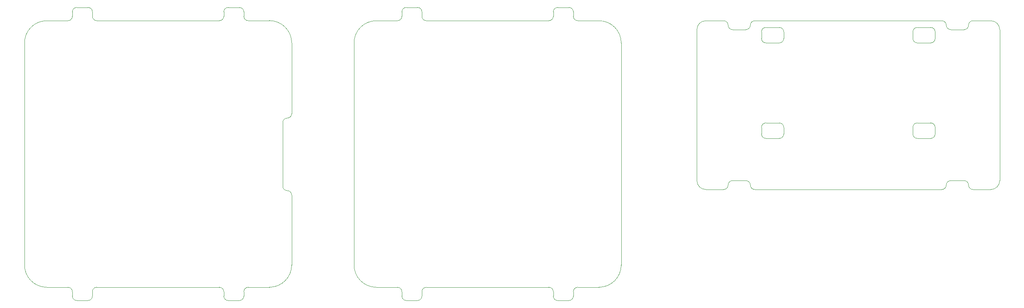
<source format=gbr>
%TF.GenerationSoftware,KiCad,Pcbnew,7.0.2*%
%TF.CreationDate,2023-04-27T15:04:23+02:00*%
%TF.ProjectId,kleinvoet,6b6c6569-6e76-46f6-9574-2e6b69636164,C*%
%TF.SameCoordinates,Original*%
%TF.FileFunction,Other,ECO1*%
%FSLAX46Y46*%
G04 Gerber Fmt 4.6, Leading zero omitted, Abs format (unit mm)*
G04 Created by KiCad (PCBNEW 7.0.2) date 2023-04-27 15:04:23*
%MOMM*%
%LPD*%
G01*
G04 APERTURE LIST*
%TA.AperFunction,Profile*%
%ADD10C,0.050000*%
%TD*%
G04 APERTURE END LIST*
D10*
X153000000Y-92000000D02*
G75*
G03*
X158000000Y-87000000I0J5000000D01*
G01*
X158000000Y-37000000D02*
G75*
G03*
X153000000Y-32000000I-5000000J0D01*
G01*
X158000000Y-87000000D02*
X158000000Y-37000000D01*
X153000000Y-32000000D02*
X148500000Y-32000000D01*
X98000000Y-87000000D02*
G75*
G03*
X103000000Y-92000000I5000000J0D01*
G01*
X103000000Y-32000000D02*
G75*
G03*
X98000000Y-37000000I0J-5000000D01*
G01*
X148500000Y-92000000D02*
X153000000Y-92000000D01*
X33500000Y-32000000D02*
X29000000Y-32000000D01*
X24000000Y-37000000D02*
X24000000Y-87000000D01*
X79000000Y-92000000D02*
G75*
G03*
X84000000Y-87000000I0J5000000D01*
G01*
X24000000Y-87000000D02*
G75*
G03*
X29000000Y-92000000I5000000J0D01*
G01*
X29000000Y-32000000D02*
G75*
G03*
X24000000Y-37000000I0J-5000000D01*
G01*
X29000000Y-92000000D02*
X33500000Y-92000000D01*
X83999937Y-36975063D02*
G75*
G03*
X79000001Y-31975063I-4999937J63D01*
G01*
X108750000Y-93000000D02*
X108750000Y-94000000D01*
X113250000Y-93000000D02*
X113250000Y-94000000D01*
X114500000Y-92000000D02*
X114250000Y-92000000D01*
X107750000Y-92000000D02*
X107500000Y-92000000D01*
X74500000Y-92000000D02*
X74250000Y-92000000D01*
X108750000Y-93000000D02*
G75*
G03*
X107750000Y-92000000I-1000000J0D01*
G01*
X114250000Y-92000000D02*
G75*
G03*
X113250000Y-93000000I0J-1000000D01*
G01*
X107500000Y-92000000D02*
X103000000Y-92000000D01*
X112250000Y-95000000D02*
G75*
G03*
X113250000Y-94000000I0J1000000D01*
G01*
X74250000Y-92000000D02*
G75*
G03*
X73250000Y-93000000I0J-1000000D01*
G01*
X68750000Y-93000000D02*
G75*
G03*
X67750000Y-92000000I-1000000J0D01*
G01*
X68750000Y-94000000D02*
G75*
G03*
X69750000Y-95000000I1000000J0D01*
G01*
X72250000Y-95000000D02*
X69750000Y-95000000D01*
X72250000Y-95000000D02*
G75*
G03*
X73250000Y-94000000I0J1000000D01*
G01*
X68750000Y-93000000D02*
X68750000Y-94000000D01*
X73250000Y-93000000D02*
X73250000Y-94000000D01*
X141500000Y-92000000D02*
X114500000Y-92000000D01*
X40201249Y-92000000D02*
X67750000Y-92000000D01*
X74500000Y-92000000D02*
X79000000Y-92000000D01*
X40500000Y-32000000D02*
X67500000Y-32000000D01*
X74500000Y-32000000D02*
X79000001Y-31975063D01*
X141500000Y-32000000D02*
X114500000Y-32000000D01*
X107500000Y-32000000D02*
X103000000Y-32000000D01*
X98000000Y-37000000D02*
X98000000Y-87000000D01*
X84000000Y-71250000D02*
X84000000Y-87000000D01*
X112250000Y-95000000D02*
X109750000Y-95000000D01*
X228500000Y-34500000D02*
G75*
G03*
X227500000Y-33500000I-1000000J0D01*
G01*
X231000000Y-33000000D02*
G75*
G03*
X232000000Y-34000000I1000000J0D01*
G01*
X224500000Y-58500000D02*
X227500000Y-58500000D01*
X182000000Y-33000000D02*
G75*
G03*
X183000000Y-34000000I1000000J0D01*
G01*
X82000000Y-69250000D02*
G75*
G03*
X83000000Y-70250000I1000000J0D01*
G01*
X146250000Y-95000000D02*
G75*
G03*
X147250000Y-94000000I0J1000000D01*
G01*
X142750000Y-31000000D02*
X142750000Y-30000000D01*
X73250000Y-30000000D02*
G75*
G03*
X72250000Y-29000000I-1000000J0D01*
G01*
X147250000Y-93000000D02*
X147250000Y-94000000D01*
X189500000Y-56000000D02*
X189500000Y-57500000D01*
X35750000Y-29000000D02*
G75*
G03*
X34750000Y-30000000I0J-1000000D01*
G01*
X141750000Y-92000000D02*
X141500000Y-92000000D01*
X74250000Y-32000000D02*
X74500000Y-32000000D01*
X193500000Y-58500000D02*
G75*
G03*
X194500000Y-57500000I0J1000000D01*
G01*
X243000000Y-55000000D02*
X243000000Y-34000000D01*
X235000000Y-34000000D02*
G75*
G03*
X236000000Y-33000000I0J1000000D01*
G01*
X223500000Y-56000000D02*
X223500000Y-57500000D01*
X39250000Y-93000000D02*
X39250000Y-94000000D01*
X223500000Y-57500000D02*
G75*
G03*
X224500000Y-58500000I1000000J0D01*
G01*
X141500000Y-32000000D02*
X141750000Y-32000000D01*
X147250000Y-30000000D02*
G75*
G03*
X146250000Y-29000000I-1000000J0D01*
G01*
X67750000Y-32000000D02*
G75*
G03*
X68750000Y-31000000I0J1000000D01*
G01*
X241000000Y-70000000D02*
G75*
G03*
X243000000Y-68000000I0J2000000D01*
G01*
X194500000Y-56000000D02*
G75*
G03*
X193500000Y-55000000I-1000000J0D01*
G01*
X34750000Y-31000000D02*
X34750000Y-30000000D01*
X35750000Y-29000000D02*
X38250000Y-29000000D01*
X193500000Y-33500000D02*
X190500000Y-33500000D01*
X33500000Y-32000000D02*
X33750000Y-32000000D01*
X243000000Y-68000000D02*
X243000000Y-55000000D01*
X34750000Y-93000000D02*
G75*
G03*
X33750000Y-92000000I-1000000J0D01*
G01*
X33750000Y-92000000D02*
X33500000Y-92000000D01*
X232000000Y-34000000D02*
X235000000Y-34000000D01*
X40201249Y-91999999D02*
G75*
G03*
X39250000Y-93000000I24351J-975601D01*
G01*
X38250000Y-95000000D02*
X35750000Y-95000000D01*
X142750000Y-93000000D02*
G75*
G03*
X141750000Y-92000000I-1000000J0D01*
G01*
X183000000Y-34000000D02*
X186000000Y-34000000D01*
X223500000Y-34500000D02*
X223500000Y-36000000D01*
X193500000Y-55000000D02*
X190500000Y-55000000D01*
X183000000Y-68000000D02*
G75*
G03*
X182000000Y-69000000I0J-1000000D01*
G01*
X190500000Y-58500000D02*
X193500000Y-58500000D01*
X194500000Y-57500000D02*
X194500000Y-56000000D01*
X228500000Y-36000000D02*
X228500000Y-34500000D01*
X235000000Y-68000000D02*
X232000000Y-68000000D01*
X224500000Y-37000000D02*
X227500000Y-37000000D01*
X113250000Y-31000000D02*
G75*
G03*
X114250000Y-32000000I1000000J0D01*
G01*
X113250000Y-30000000D02*
G75*
G03*
X112250000Y-29000000I-1000000J0D01*
G01*
X34750000Y-94000000D02*
G75*
G03*
X35750000Y-95000000I1000000J0D01*
G01*
X83000000Y-53925000D02*
G75*
G03*
X84000000Y-52925000I0J1000000D01*
G01*
X194500000Y-34500000D02*
G75*
G03*
X193500000Y-33500000I-1000000J0D01*
G01*
X187000000Y-69000000D02*
G75*
G03*
X188000000Y-70000000I1000000J0D01*
G01*
X147250000Y-31000000D02*
G75*
G03*
X148250000Y-32000000I1000000J0D01*
G01*
X175000000Y-68000000D02*
G75*
G03*
X177000000Y-70000000I2000000J0D01*
G01*
X39250000Y-31000000D02*
X39250000Y-30000000D01*
X236000000Y-69000000D02*
G75*
G03*
X237000000Y-70000000I1000000J0D01*
G01*
X237000000Y-32000000D02*
G75*
G03*
X236000000Y-33000000I0J-1000000D01*
G01*
X190500000Y-33500000D02*
G75*
G03*
X189500000Y-34500000I0J-1000000D01*
G01*
X227500000Y-37000000D02*
G75*
G03*
X228500000Y-36000000I0J1000000D01*
G01*
X236000000Y-69000000D02*
G75*
G03*
X235000000Y-68000000I-1000000J0D01*
G01*
X147250000Y-31000000D02*
X147250000Y-30000000D01*
X84000000Y-71250000D02*
G75*
G03*
X83000000Y-70250000I-1000000J0D01*
G01*
X223500000Y-36000000D02*
G75*
G03*
X224500000Y-37000000I1000000J0D01*
G01*
X67500000Y-32000000D02*
X67750000Y-32000000D01*
X40250000Y-32000000D02*
X40500000Y-32000000D01*
X109750000Y-29000000D02*
G75*
G03*
X108750000Y-30000000I0J-1000000D01*
G01*
X224500000Y-55000000D02*
G75*
G03*
X223500000Y-56000000I0J-1000000D01*
G01*
X188000000Y-70000000D02*
X230000000Y-70000000D01*
X83000000Y-53925000D02*
G75*
G03*
X82000000Y-54925000I0J-1000000D01*
G01*
X114250000Y-32000000D02*
X114500000Y-32000000D01*
X113250000Y-31000000D02*
X113250000Y-30000000D01*
X230000000Y-32000000D02*
X188000000Y-32000000D01*
X188000000Y-32000000D02*
G75*
G03*
X187000000Y-33000000I0J-1000000D01*
G01*
X228500000Y-56000000D02*
G75*
G03*
X227500000Y-55000000I-1000000J0D01*
G01*
X228500000Y-57500000D02*
X228500000Y-56000000D01*
X143750000Y-29000000D02*
X146250000Y-29000000D01*
X69750000Y-29000000D02*
X72250000Y-29000000D01*
X190500000Y-37000000D02*
X193500000Y-37000000D01*
X181000000Y-70000000D02*
X177000000Y-70000000D01*
X142750000Y-94000000D02*
G75*
G03*
X143750000Y-95000000I1000000J0D01*
G01*
X189500000Y-57500000D02*
G75*
G03*
X190500000Y-58500000I1000000J0D01*
G01*
X227500000Y-33500000D02*
X224500000Y-33500000D01*
X107500000Y-32000000D02*
X107750000Y-32000000D01*
X193500000Y-37000000D02*
G75*
G03*
X194500000Y-36000000I0J1000000D01*
G01*
X177000000Y-32000000D02*
G75*
G03*
X175000000Y-34000000I0J-2000000D01*
G01*
X34750000Y-93000000D02*
X34750000Y-94000000D01*
X186000000Y-34000000D02*
G75*
G03*
X187000000Y-33000000I0J1000000D01*
G01*
X39250000Y-31000000D02*
G75*
G03*
X40250000Y-32000000I1000000J0D01*
G01*
X84000000Y-52925000D02*
X84000000Y-36975063D01*
X230000000Y-70000000D02*
G75*
G03*
X231000000Y-69000000I0J1000000D01*
G01*
X107750000Y-32000000D02*
G75*
G03*
X108750000Y-31000000I0J1000000D01*
G01*
X73250000Y-31000000D02*
X73250000Y-30000000D01*
X243000000Y-34000000D02*
G75*
G03*
X241000000Y-32000000I-2000000J0D01*
G01*
X227500000Y-58500000D02*
G75*
G03*
X228500000Y-57500000I0J1000000D01*
G01*
X189500000Y-36000000D02*
G75*
G03*
X190500000Y-37000000I1000000J0D01*
G01*
X68750000Y-31000000D02*
X68750000Y-30000000D01*
X39250000Y-30000000D02*
G75*
G03*
X38250000Y-29000000I-1000000J0D01*
G01*
X186000000Y-68000000D02*
X183000000Y-68000000D01*
X241000000Y-70000000D02*
X237000000Y-70000000D01*
X33750000Y-32000000D02*
G75*
G03*
X34750000Y-31000000I0J1000000D01*
G01*
X148500000Y-92000000D02*
X148250000Y-92000000D01*
X181000000Y-70000000D02*
G75*
G03*
X182000000Y-69000000I0J1000000D01*
G01*
X73250000Y-31000000D02*
G75*
G03*
X74250000Y-32000000I1000000J0D01*
G01*
X194500000Y-36000000D02*
X194500000Y-34500000D01*
X108750000Y-94000000D02*
G75*
G03*
X109750000Y-95000000I1000000J0D01*
G01*
X190500000Y-55000000D02*
G75*
G03*
X189500000Y-56000000I0J-1000000D01*
G01*
X181000000Y-32000000D02*
X177000000Y-32000000D01*
X231000000Y-33000000D02*
G75*
G03*
X230000000Y-32000000I-1000000J0D01*
G01*
X148250000Y-32000000D02*
X148500000Y-32000000D01*
X227500000Y-55000000D02*
X224500000Y-55000000D01*
X224500000Y-33500000D02*
G75*
G03*
X223500000Y-34500000I0J-1000000D01*
G01*
X82000000Y-54925000D02*
X82000000Y-69250000D01*
X109750000Y-29000000D02*
X112250000Y-29000000D01*
X143750000Y-29000000D02*
G75*
G03*
X142750000Y-30000000I0J-1000000D01*
G01*
X108750000Y-31000000D02*
X108750000Y-30000000D01*
X182000000Y-33000000D02*
G75*
G03*
X181000000Y-32000000I-1000000J0D01*
G01*
X175000000Y-34000000D02*
X175000000Y-68000000D01*
X38250000Y-95000000D02*
G75*
G03*
X39250000Y-94000000I0J1000000D01*
G01*
X187000000Y-69000000D02*
G75*
G03*
X186000000Y-68000000I-1000000J0D01*
G01*
X148250000Y-92000000D02*
G75*
G03*
X147250000Y-93000000I0J-1000000D01*
G01*
X189500000Y-34500000D02*
X189500000Y-36000000D01*
X141750000Y-32000000D02*
G75*
G03*
X142750000Y-31000000I0J1000000D01*
G01*
X237000000Y-32000000D02*
X241000000Y-32000000D01*
X142750000Y-93000000D02*
X142750000Y-94000000D01*
X69750000Y-29000000D02*
G75*
G03*
X68750000Y-30000000I0J-1000000D01*
G01*
X146250000Y-95000000D02*
X143750000Y-95000000D01*
X232000000Y-68000000D02*
G75*
G03*
X231000000Y-69000000I0J-1000000D01*
G01*
M02*

</source>
